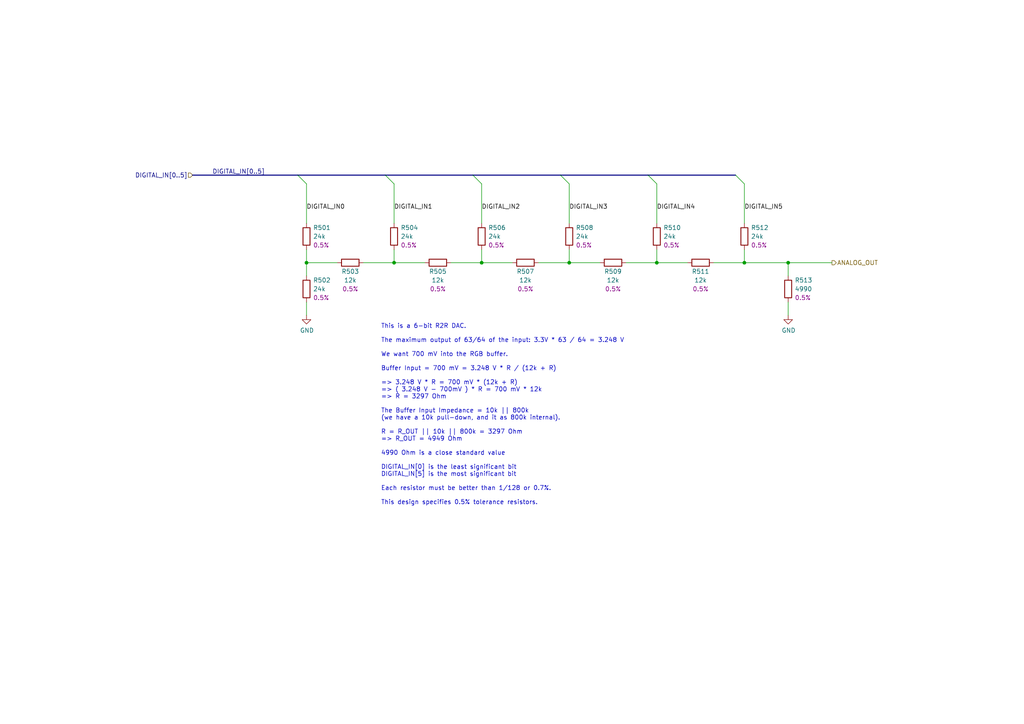
<source format=kicad_sch>
(kicad_sch (version 20211123) (generator eeschema)
  (paper "A4")
  (title_block (title "Neotron Common Hardware") (date "2021-06-18") (rev "[Uncontrolled]") (company "https://neotron-compute.github.io/") (comment 1 "Licenced as CC BY-SA") (comment 2 "Copyright (c) The Neotron Developers, 2021"))
  (lib_symbols
    (symbol "Device:R" (pin_numbers hide) (pin_names (offset 0))
      (property "Reference" "R" (at 2.032 0 90))
      (property "Value" "R" (at 0 0 90))
      (symbol "R_0_1"
        (rectangle (start -1.016 -2.54) (end 1.016 2.54) (stroke (width 0.254)))
      )
      (symbol "R_1_1"
        (pin passive line (at 0 3.81 270) (length 1.27) (name "~") (number "1"))
        (pin passive line (at 0 -3.81 90) (length 1.27) (name "~") (number "2"))
      )
    )
    (symbol "power:GND" (power) (pin_names (offset 0))
      (property "Value" "GND" (at 0 -3.81 0))
      (symbol "GND_0_1"
        (polyline (pts (xy 0 0) (xy 0 -1.27) (xy 1.27 -1.27) (xy 0 -2.54) (xy -1.27 -1.27) (xy 0 -1.27)))
      )
      (symbol "GND_1_1"
        (pin power_in line (at 0 0 270) (length 0) hide (name "GND") (number "1"))
      )
    )
  )
  (junction (at 165.1 76.2))
  (junction (at 139.7 76.2))
  (junction (at 190.5 76.2))
  (junction (at 114.3 76.2))
  (junction (at 215.9 76.2))
  (junction (at 88.9 76.2))
  (junction (at 228.6 76.2))
  (bus_entry (at 137.16 50.8) (size 2.54 2.54))
  (bus_entry (at 213.36 50.8) (size 2.54 2.54))
  (bus_entry (at 187.96 50.8) (size 2.54 2.54))
  (bus_entry (at 86.36 50.8) (size 2.54 2.54))
  (bus_entry (at 111.76 50.8) (size 2.54 2.54))
  (bus_entry (at 162.56 50.8) (size 2.54 2.54))
  (wire (pts (xy 88.9 91.44) (xy 88.9 87.63)))
  (wire (pts (xy 228.6 87.63) (xy 228.6 91.44)))
  (wire (pts (xy 130.81 76.2) (xy 139.7 76.2)))
  (wire (pts (xy 105.41 76.2) (xy 114.3 76.2)))
  (wire (pts (xy 215.9 76.2) (xy 215.9 72.39)))
  (wire (pts (xy 88.9 76.2) (xy 88.9 72.39)))
  (wire (pts (xy 156.21 76.2) (xy 165.1 76.2)))
  (wire (pts (xy 228.6 76.2) (xy 228.6 80.01)))
  (bus (pts (xy 55.88 50.8) (xy 86.36 50.8)))
  (wire (pts (xy 139.7 64.77) (xy 139.7 53.34)))
  (wire (pts (xy 165.1 64.77) (xy 165.1 53.34)))
  (bus (pts (xy 162.56 50.8) (xy 187.96 50.8)))
  (bus (pts (xy 137.16 50.8) (xy 162.56 50.8)))
  (wire (pts (xy 228.6 76.2) (xy 241.3 76.2)))
  (wire (pts (xy 88.9 76.2) (xy 97.79 76.2)))
  (wire (pts (xy 190.5 53.34) (xy 190.5 64.77)))
  (wire (pts (xy 190.5 72.39) (xy 190.5 76.2)))
  (wire (pts (xy 181.61 76.2) (xy 190.5 76.2)))
  (wire (pts (xy 165.1 76.2) (xy 165.1 72.39)))
  (wire (pts (xy 139.7 76.2) (xy 139.7 72.39)))
  (wire (pts (xy 114.3 53.34) (xy 114.3 64.77)))
  (wire (pts (xy 88.9 53.34) (xy 88.9 64.77)))
  (wire (pts (xy 165.1 76.2) (xy 173.99 76.2)))
  (wire (pts (xy 114.3 72.39) (xy 114.3 76.2)))
  (wire (pts (xy 139.7 76.2) (xy 148.59 76.2)))
  (wire (pts (xy 215.9 76.2) (xy 228.6 76.2)))
  (wire (pts (xy 207.01 76.2) (xy 215.9 76.2)))
  (bus (pts (xy 111.76 50.8) (xy 137.16 50.8)))
  (wire (pts (xy 114.3 76.2) (xy 123.19 76.2)))
  (wire (pts (xy 190.5 76.2) (xy 199.39 76.2)))
  (wire (pts (xy 88.9 80.01) (xy 88.9 76.2)))
  (bus (pts (xy 86.36 50.8) (xy 111.76 50.8)))
  (wire (pts (xy 215.9 64.77) (xy 215.9 53.34)))
  (bus (pts (xy 187.96 50.8) (xy 213.36 50.8)))
  (text "This is a 6-bit R2R DAC.\n\nThe maximum output of 63/64 of the input: 3.3V * 63 / 64 = 3.248 V\n\nWe want 700 mV into the RGB buffer.\n\nBuffer Input = 700 mV = 3.248 V * R / (12k + R)\n\n=> 3.248 V * R = 700 mV * (12k + R)\n=> ( 3.248 V - 700mV ) * R = 700 mV * 12k\n=> R = 3297 Ohm\n\nThe Buffer Input Impedance = 10k || 800k\n(we have a 10k pull-down, and it as 800k internal).\n\nR = R_OUT || 10k || 800k = 3297 Ohm\n=> R_OUT = 4949 Ohm\n\n4990 Ohm is a close standard value\n\nDIGITAL_IN[0] is the least significant bit\nDIGITAL_IN[5] is the most significant bit\n\nEach resistor must be better than 1/128 or 0.7%.\n\nThis design specifies 0.5% tolerance resistors.\n\n" (at 110.49 148.59 0) (effects (font (size 1.27 1.27)) (justify left bottom)))
  (label "DIGITAL_IN[0..5]" (at 61.595 50.8 0))
  (label "DIGITAL_IN2" (at 139.7 60.96 0))
  (label "DIGITAL_IN4" (at 190.5 60.96 0))
  (label "DIGITAL_IN0" (at 88.9 60.96 0))
  (label "DIGITAL_IN5" (at 215.9 60.96 0))
  (label "DIGITAL_IN3" (at 165.1 60.96 0))
  (label "DIGITAL_IN1" (at 114.3 60.96 0))
  (hierarchical_label "DIGITAL_IN[0..5]" (shape input) (at 55.88 50.8 180))
  (hierarchical_label "ANALOG_OUT" (shape output) (at 241.3 76.2 0))
  (symbol (lib_id "Device:R") (at 101.6 76.2 270) (unit 1)
    (property "Reference" "R503" (at 101.6 78.74 90))
    (property "Value" "12k" (at 101.6 81.28 90))
    (property "Footprint" "Resistor_SMD:R_0805_2012Metric_Pad1.20x1.40mm_HandSolder" (effects hide))
    (property "DNP" "0" (effects hide))
    (property "Digikey" "RNCF0805DTE12K0CT-ND" (effects hide))
    (property "MPN" "RNCF0805DTE12K0" (effects hide))
    (property "Manufacturer" "Stackpole" (effects hide))
    (property "Tolerance" "0.5%" (at 101.6 83.82 90))
  )
  (symbol (lib_id "Device:R") (at 228.6 83.82 0) (unit 1)
    (property "Reference" "R513" (at 230.505 81.28 0) (effects (justify left)))
    (property "Value" "4990" (at 230.505 83.82 0) (effects (justify left)))
    (property "Footprint" "Resistor_SMD:R_0805_2012Metric_Pad1.20x1.40mm_HandSolder" (effects hide))
    (property "DNP" "0" (effects hide))
    (property "Digikey" "RNCF0805DTE4K99CT-ND" (effects hide))
    (property "MPN" "RNCF0805DTE4K99" (effects hide))
    (property "Manufacturer" "Stackpole" (effects hide))
    (property "Tolerance" "0.5%" (at 230.505 86.36 0) (effects (justify left)))
  )
  (symbol (lib_id "power:GND") (at 88.9 91.44 0) (unit 1)
    (property "Reference" "#PWR0501" (effects hide))
    (property "Value" "GND" (at 89.027 95.8342 0))
  )
  (symbol (lib_id "power:GND") (at 228.6 91.44 0) (unit 1)
    (property "Reference" "#PWR0502" (effects hide))
    (property "Value" "GND" (at 228.727 95.8342 0))
  )
  (symbol (lib_id "Device:R") (at 88.9 68.58 0) (unit 1)
    (property "Reference" "R501" (at 90.805 66.04 0) (effects (justify left)))
    (property "Value" "24k" (at 90.805 68.58 0) (effects (justify left)))
    (property "Footprint" "Resistor_SMD:R_0805_2012Metric_Pad1.20x1.40mm_HandSolder" (effects hide))
    (property "DNP" "0" (effects hide))
    (property "Digikey" "RNCF0805DTE24K0CT-ND" (effects hide))
    (property "MPN" "RNCF0805DTE24K0" (effects hide))
    (property "Manufacturer" "Stackpole" (effects hide))
    (property "Tolerance" "0.5%" (at 90.805 71.12 0) (effects (justify left)))
  )
  (symbol (lib_id "Device:R") (at 114.3 68.58 0) (unit 1)
    (property "Reference" "R504" (at 116.205 66.04 0) (effects (justify left)))
    (property "Value" "24k" (at 116.205 68.58 0) (effects (justify left)))
    (property "Footprint" "Resistor_SMD:R_0805_2012Metric_Pad1.20x1.40mm_HandSolder" (effects hide))
    (property "DNP" "0" (effects hide))
    (property "Digikey" "RNCF0805DTE24K0CT-ND" (effects hide))
    (property "MPN" "RNCF0805DTE24K0" (effects hide))
    (property "Manufacturer" "Stackpole" (effects hide))
    (property "Tolerance" "0.5%" (at 116.205 71.12 0) (effects (justify left)))
  )
  (symbol (lib_id "Device:R") (at 139.7 68.58 0) (unit 1)
    (property "Reference" "R506" (at 141.605 66.04 0) (effects (justify left)))
    (property "Value" "24k" (at 141.605 68.58 0) (effects (justify left)))
    (property "Footprint" "Resistor_SMD:R_0805_2012Metric_Pad1.20x1.40mm_HandSolder" (effects hide))
    (property "DNP" "0" (effects hide))
    (property "Digikey" "RNCF0805DTE24K0CT-ND" (effects hide))
    (property "MPN" "RNCF0805DTE24K0" (effects hide))
    (property "Manufacturer" "Stackpole" (effects hide))
    (property "Tolerance" "0.5%" (at 141.605 71.12 0) (effects (justify left)))
  )
  (symbol (lib_id "Device:R") (at 165.1 68.58 0) (unit 1)
    (property "Reference" "R508" (at 167.005 66.04 0) (effects (justify left)))
    (property "Value" "24k" (at 167.005 68.58 0) (effects (justify left)))
    (property "Footprint" "Resistor_SMD:R_0805_2012Metric_Pad1.20x1.40mm_HandSolder" (effects hide))
    (property "DNP" "0" (effects hide))
    (property "Digikey" "RNCF0805DTE24K0CT-ND" (effects hide))
    (property "MPN" "RNCF0805DTE24K0" (effects hide))
    (property "Manufacturer" "Stackpole" (effects hide))
    (property "Tolerance" "0.5%" (at 167.005 71.12 0) (effects (justify left)))
  )
  (symbol (lib_id "Device:R") (at 190.5 68.58 0) (unit 1)
    (property "Reference" "R510" (at 192.405 66.04 0) (effects (justify left)))
    (property "Value" "24k" (at 192.405 68.58 0) (effects (justify left)))
    (property "Footprint" "Resistor_SMD:R_0805_2012Metric_Pad1.20x1.40mm_HandSolder" (effects hide))
    (property "DNP" "0" (effects hide))
    (property "Digikey" "RNCF0805DTE24K0CT-ND" (effects hide))
    (property "MPN" "RNCF0805DTE24K0" (effects hide))
    (property "Manufacturer" "Stackpole" (effects hide))
    (property "Tolerance" "0.5%" (at 192.405 71.12 0) (effects (justify left)))
  )
  (symbol (lib_id "Device:R") (at 215.9 68.58 0) (unit 1)
    (property "Reference" "R512" (at 217.805 66.04 0) (effects (justify left)))
    (property "Value" "24k" (at 217.805 68.58 0) (effects (justify left)))
    (property "Footprint" "Resistor_SMD:R_0805_2012Metric_Pad1.20x1.40mm_HandSolder" (effects hide))
    (property "DNP" "0" (effects hide))
    (property "Digikey" "RNCF0805DTE24K0CT-ND" (effects hide))
    (property "MPN" "RNCF0805DTE24K0" (effects hide))
    (property "Manufacturer" "Stackpole" (effects hide))
    (property "Tolerance" "0.5%" (at 217.805 71.12 0) (effects (justify left)))
  )
  (symbol (lib_id "Device:R") (at 88.9 83.82 0) (unit 1)
    (property "Reference" "R502" (at 90.805 81.28 0) (effects (justify left)))
    (property "Value" "24k" (at 90.805 83.82 0) (effects (justify left)))
    (property "Footprint" "Resistor_SMD:R_0805_2012Metric_Pad1.20x1.40mm_HandSolder" (effects hide))
    (property "DNP" "0" (effects hide))
    (property "Digikey" "RNCF0805DTE24K0CT-ND" (effects hide))
    (property "MPN" "RNCF0805DTE24K0" (effects hide))
    (property "Manufacturer" "Stackpole" (effects hide))
    (property "Tolerance" "0.5%" (at 90.805 86.36 0) (effects (justify left)))
  )
  (symbol (lib_id "Device:R") (at 127 76.2 270) (unit 1)
    (property "Reference" "R505" (at 127 78.74 90))
    (property "Value" "12k" (at 127 81.28 90))
    (property "Footprint" "Resistor_SMD:R_0805_2012Metric_Pad1.20x1.40mm_HandSolder" (effects hide))
    (property "DNP" "0" (effects hide))
    (property "Digikey" "RNCF0805DTE12K0CT-ND" (effects hide))
    (property "MPN" "RNCF0805DTE12K0" (effects hide))
    (property "Manufacturer" "Stackpole" (effects hide))
    (property "Tolerance" "0.5%" (at 127 83.82 90))
  )
  (symbol (lib_id "Device:R") (at 152.4 76.2 270) (unit 1)
    (property "Reference" "R507" (at 152.4 78.74 90))
    (property "Value" "12k" (at 152.4 81.28 90))
    (property "Footprint" "Resistor_SMD:R_0805_2012Metric_Pad1.20x1.40mm_HandSolder" (effects hide))
    (property "DNP" "0" (effects hide))
    (property "Digikey" "RNCF0805DTE12K0CT-ND" (effects hide))
    (property "MPN" "RNCF0805DTE12K0" (effects hide))
    (property "Manufacturer" "Stackpole" (effects hide))
    (property "Tolerance" "0.5%" (at 152.4 83.82 90))
  )
  (symbol (lib_id "Device:R") (at 177.8 76.2 270) (unit 1)
    (property "Reference" "R509" (at 177.8 78.74 90))
    (property "Value" "12k" (at 177.8 81.28 90))
    (property "Footprint" "Resistor_SMD:R_0805_2012Metric_Pad1.20x1.40mm_HandSolder" (effects hide))
    (property "DNP" "0" (effects hide))
    (property "Digikey" "RNCF0805DTE12K0CT-ND" (effects hide))
    (property "MPN" "RNCF0805DTE12K0" (effects hide))
    (property "Manufacturer" "Stackpole" (effects hide))
    (property "Tolerance" "0.5%" (at 177.8 83.82 90))
  )
  (symbol (lib_id "Device:R") (at 203.2 76.2 270) (unit 1)
    (property "Reference" "R511" (at 203.2 78.74 90))
    (property "Value" "12k" (at 203.2 81.28 90))
    (property "Footprint" "Resistor_SMD:R_0805_2012Metric_Pad1.20x1.40mm_HandSolder" (effects hide))
    (property "DNP" "0" (effects hide))
    (property "Digikey" "RNCF0805DTE12K0CT-ND" (effects hide))
    (property "MPN" "RNCF0805DTE12K0" (effects hide))
    (property "Manufacturer" "Stackpole" (effects hide))
    (property "Tolerance" "0.5%" (at 203.2 83.82 90))
  )
)
</source>
